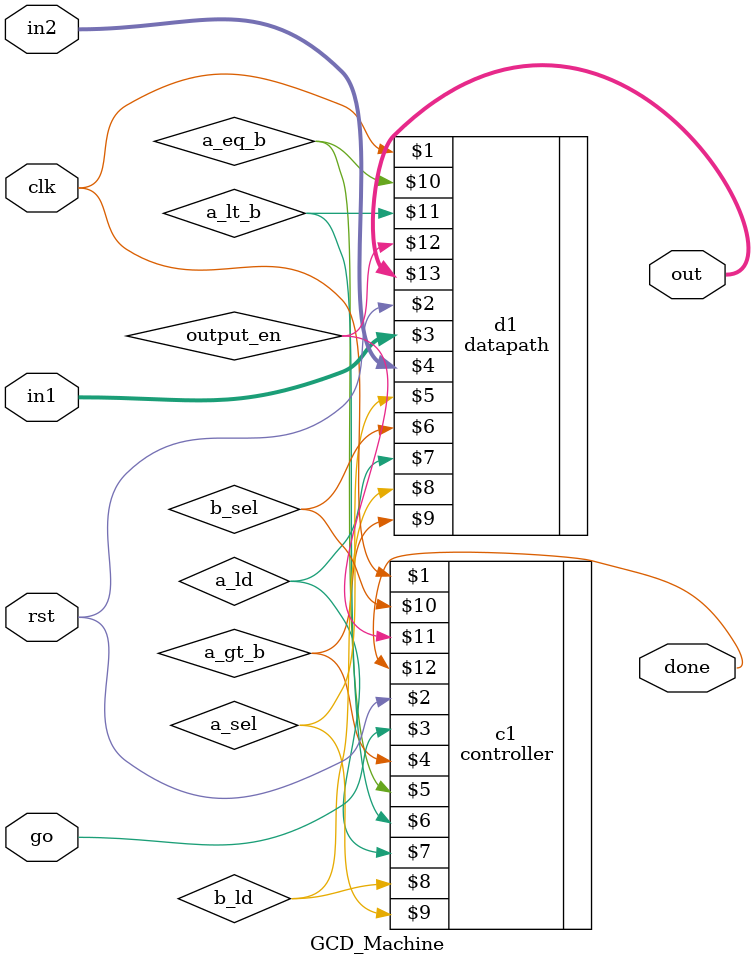
<source format=v>
`timescale 1ns/1ps
module GCD_Machine(clk, rst, go, in1, in2, out, done);
input clk, rst, go; 
input [15:0] in1, in2;
output [15:0] out;
output done;

wire a_gt_b, a_eq_b,a_lt_b;
wire a_ld, a_sel, b_ld, b_sel;
wire output_en;


controller c1(clk, rst, go, a_gt_b, a_eq_b, a_lt_b, a_ld, b_ld, a_sel, b_sel , output_en, done);
datapath d1(clk, rst, in1, in2, a_sel, b_sel, a_ld, b_ld, a_gt_b, a_eq_b, a_lt_b,  output_en, out);

endmodule



</source>
